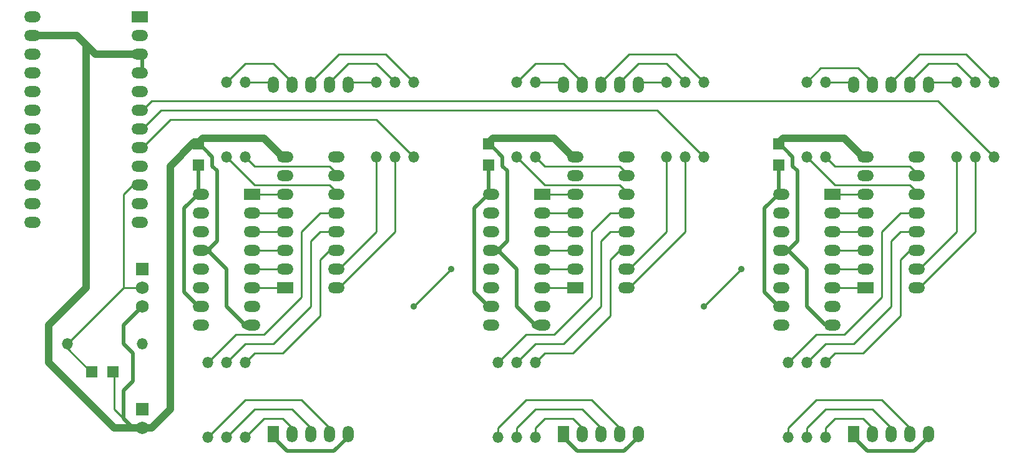
<source format=gbl>
G04 (created by PCBNEW (2013-07-07 BZR 4022)-stable) date Fri 01 Jul 2022 09:03:58 PM CDT*
%MOIN*%
G04 Gerber Fmt 3.4, Leading zero omitted, Abs format*
%FSLAX34Y34*%
G01*
G70*
G90*
G04 APERTURE LIST*
%ADD10C,0.00590551*%
%ADD11R,0.059X0.0885*%
%ADD12O,0.059X0.0885*%
%ADD13R,0.069X0.069*%
%ADD14C,0.069*%
%ADD15O,0.059X0.059*%
%ADD16R,0.0885X0.059*%
%ADD17O,0.0885X0.059*%
%ADD18R,0.064X0.059*%
%ADD19R,0.059X0.064*%
%ADD20C,0.035*%
%ADD21C,0.02*%
%ADD22C,0.01*%
%ADD23C,0.04*%
G04 APERTURE END LIST*
G54D10*
G54D11*
X72000Y-42352D03*
G54D12*
X73000Y-42352D03*
X74000Y-42352D03*
X75000Y-42352D03*
X76000Y-42352D03*
X76000Y-23647D03*
X75000Y-23647D03*
X74000Y-23647D03*
X73000Y-23647D03*
X72000Y-23647D03*
G54D13*
X34000Y-33500D03*
G54D14*
X34000Y-34500D03*
X34000Y-35500D03*
G54D13*
X34000Y-41000D03*
G54D14*
X34000Y-42000D03*
G54D15*
X55000Y-27500D03*
X55000Y-23500D03*
X69500Y-38500D03*
X69500Y-42500D03*
X70500Y-27500D03*
X70500Y-23500D03*
X78500Y-27500D03*
X78500Y-23500D03*
X68500Y-38500D03*
X68500Y-42500D03*
X70500Y-38500D03*
X70500Y-42500D03*
X69500Y-27500D03*
X69500Y-23500D03*
X77500Y-27500D03*
X77500Y-23500D03*
X79500Y-27500D03*
X79500Y-23500D03*
X54000Y-27500D03*
X54000Y-23500D03*
X54000Y-38500D03*
X54000Y-42500D03*
X62000Y-27500D03*
X62000Y-23500D03*
X53000Y-38500D03*
X53000Y-42500D03*
X55000Y-38500D03*
X55000Y-42500D03*
X48500Y-27500D03*
X48500Y-23500D03*
X47500Y-27500D03*
X47500Y-23500D03*
X39500Y-38500D03*
X39500Y-42500D03*
X37500Y-38500D03*
X37500Y-42500D03*
X39500Y-27500D03*
X39500Y-23500D03*
X46500Y-27500D03*
X46500Y-23500D03*
X38500Y-38500D03*
X38500Y-42500D03*
X38500Y-27500D03*
X38500Y-23500D03*
X64000Y-27500D03*
X64000Y-23500D03*
X63000Y-27500D03*
X63000Y-23500D03*
G54D16*
X70852Y-29500D03*
G54D17*
X70852Y-30500D03*
X70852Y-31500D03*
X70852Y-32500D03*
X68147Y-34500D03*
X68147Y-33500D03*
X68147Y-32500D03*
X68147Y-31500D03*
X70852Y-33500D03*
X70852Y-34500D03*
X70852Y-35500D03*
X68147Y-35500D03*
X68147Y-36500D03*
X68147Y-30500D03*
X70852Y-36500D03*
X68147Y-29500D03*
G54D16*
X72647Y-34500D03*
G54D17*
X72647Y-33500D03*
X72647Y-32500D03*
X72647Y-31500D03*
X75352Y-29500D03*
X75352Y-30500D03*
X75352Y-31500D03*
X75352Y-32500D03*
X72647Y-30500D03*
X72647Y-29500D03*
X72647Y-28500D03*
X75352Y-28500D03*
X75352Y-27500D03*
X75352Y-33500D03*
X72647Y-27500D03*
X75352Y-34500D03*
G54D16*
X57147Y-34500D03*
G54D17*
X57147Y-33500D03*
X57147Y-32500D03*
X57147Y-31500D03*
X59852Y-29500D03*
X59852Y-30500D03*
X59852Y-31500D03*
X59852Y-32500D03*
X57147Y-30500D03*
X57147Y-29500D03*
X57147Y-28500D03*
X59852Y-28500D03*
X59852Y-27500D03*
X59852Y-33500D03*
X57147Y-27500D03*
X59852Y-34500D03*
G54D16*
X55352Y-29500D03*
G54D17*
X55352Y-30500D03*
X55352Y-31500D03*
X55352Y-32500D03*
X52647Y-34500D03*
X52647Y-33500D03*
X52647Y-32500D03*
X52647Y-31500D03*
X55352Y-33500D03*
X55352Y-34500D03*
X55352Y-35500D03*
X52647Y-35500D03*
X52647Y-36500D03*
X52647Y-30500D03*
X55352Y-36500D03*
X52647Y-29500D03*
G54D16*
X39852Y-29500D03*
G54D17*
X39852Y-30500D03*
X39852Y-31500D03*
X39852Y-32500D03*
X37147Y-34500D03*
X37147Y-33500D03*
X37147Y-32500D03*
X37147Y-31500D03*
X39852Y-33500D03*
X39852Y-34500D03*
X39852Y-35500D03*
X37147Y-35500D03*
X37147Y-36500D03*
X37147Y-30500D03*
X39852Y-36500D03*
X37147Y-29500D03*
G54D16*
X41647Y-34500D03*
G54D17*
X41647Y-33500D03*
X41647Y-32500D03*
X41647Y-31500D03*
X44352Y-29500D03*
X44352Y-30500D03*
X44352Y-31500D03*
X44352Y-32500D03*
X41647Y-30500D03*
X41647Y-29500D03*
X41647Y-28500D03*
X44352Y-28500D03*
X44352Y-27500D03*
X44352Y-33500D03*
X41647Y-27500D03*
X44352Y-34500D03*
G54D16*
X33852Y-20000D03*
G54D17*
X33852Y-21000D03*
X33852Y-22000D03*
X33852Y-23000D03*
X33852Y-24000D03*
X33852Y-25000D03*
X33852Y-26000D03*
X28147Y-20000D03*
X28147Y-21000D03*
X28147Y-22000D03*
X33852Y-27000D03*
X33852Y-28000D03*
X33852Y-29000D03*
X33852Y-30000D03*
X33852Y-31000D03*
X28147Y-23000D03*
X28147Y-24000D03*
X28147Y-25000D03*
X28147Y-26000D03*
X28147Y-27000D03*
X28147Y-28000D03*
X28147Y-29000D03*
X28147Y-30000D03*
X28147Y-31000D03*
G54D11*
X41000Y-42352D03*
G54D12*
X42000Y-42352D03*
X43000Y-42352D03*
X44000Y-42352D03*
X45000Y-42352D03*
X45000Y-23647D03*
X44000Y-23647D03*
X43000Y-23647D03*
X42000Y-23647D03*
X41000Y-23647D03*
G54D11*
X56500Y-42352D03*
G54D12*
X57500Y-42352D03*
X58500Y-42352D03*
X59500Y-42352D03*
X60500Y-42352D03*
X60500Y-23647D03*
X59500Y-23647D03*
X58500Y-23647D03*
X57500Y-23647D03*
X56500Y-23647D03*
G54D15*
X30000Y-37500D03*
X34000Y-37500D03*
G54D18*
X31300Y-39000D03*
X32450Y-39000D03*
G54D19*
X52500Y-27950D03*
X52500Y-26800D03*
X68000Y-27950D03*
X68000Y-26800D03*
X37000Y-27950D03*
X37000Y-26800D03*
G54D20*
X66000Y-33500D03*
X64000Y-35500D03*
X50500Y-33500D03*
X48500Y-35500D03*
G54D21*
X37000Y-29500D02*
X36250Y-30250D01*
X36250Y-30250D02*
X36250Y-34750D01*
X36250Y-34750D02*
X37000Y-35500D01*
X52500Y-29500D02*
X51750Y-30250D01*
X51750Y-34750D02*
X52500Y-35500D01*
X51750Y-30250D02*
X51750Y-34750D01*
X68000Y-29500D02*
X67250Y-30250D01*
X67250Y-34750D02*
X68000Y-35500D01*
X67250Y-30250D02*
X67250Y-34750D01*
X68000Y-28000D02*
X68000Y-29500D01*
X52500Y-28000D02*
X52500Y-29500D01*
X37000Y-28000D02*
X37000Y-29500D01*
X45000Y-42500D02*
X44250Y-43250D01*
X44250Y-43250D02*
X41750Y-43250D01*
X41750Y-43250D02*
X41000Y-42500D01*
X60500Y-42500D02*
X59750Y-43250D01*
X57250Y-43250D02*
X56500Y-42500D01*
X59750Y-43250D02*
X57250Y-43250D01*
X76000Y-42500D02*
X75250Y-43250D01*
X72750Y-43250D02*
X72000Y-42500D01*
X75250Y-43250D02*
X72750Y-43250D01*
G54D22*
X38000Y-25500D02*
X35500Y-25500D01*
X35500Y-25500D02*
X34000Y-27000D01*
X48500Y-27500D02*
X46500Y-25500D01*
X46500Y-25500D02*
X38000Y-25500D01*
X37500Y-25000D02*
X35500Y-25000D01*
X35000Y-25000D02*
X34000Y-26000D01*
X35500Y-25000D02*
X35000Y-25000D01*
X64000Y-27500D02*
X61500Y-25000D01*
X61500Y-25000D02*
X37500Y-25000D01*
X37000Y-24500D02*
X34500Y-24500D01*
X34500Y-24500D02*
X34000Y-25000D01*
X79500Y-27500D02*
X76500Y-24500D01*
X76500Y-24500D02*
X37000Y-24500D01*
G54D23*
X34000Y-42000D02*
X34500Y-42000D01*
X36750Y-26750D02*
X37000Y-26750D01*
X35500Y-28000D02*
X36750Y-26750D01*
X35500Y-41000D02*
X35500Y-28000D01*
X34500Y-42000D02*
X35500Y-41000D01*
X31000Y-21500D02*
X31000Y-25000D01*
X32500Y-42000D02*
X34000Y-42000D01*
X29000Y-38500D02*
X32500Y-42000D01*
X29000Y-36500D02*
X29000Y-38500D01*
X31000Y-34500D02*
X29000Y-36500D01*
X31000Y-30500D02*
X31000Y-34500D01*
X31000Y-25000D02*
X31000Y-30500D01*
G54D21*
X34000Y-23000D02*
X34000Y-22000D01*
G54D23*
X28000Y-21000D02*
X30500Y-21000D01*
X31500Y-22000D02*
X34000Y-22000D01*
X30500Y-21000D02*
X31000Y-21500D01*
X31000Y-21500D02*
X31500Y-22000D01*
G54D21*
X34000Y-42000D02*
X33500Y-42000D01*
X33500Y-42000D02*
X33000Y-41500D01*
X33000Y-36500D02*
X34000Y-35500D01*
X33000Y-37500D02*
X33000Y-36500D01*
X33500Y-38000D02*
X33000Y-37500D01*
X33500Y-39500D02*
X33500Y-38000D01*
X33000Y-40000D02*
X33500Y-39500D01*
X33000Y-41500D02*
X33000Y-40000D01*
G54D22*
X32500Y-39000D02*
X32500Y-41000D01*
X32500Y-41000D02*
X33500Y-42000D01*
G54D23*
X40000Y-36500D02*
X39500Y-36500D01*
G54D21*
X38500Y-33500D02*
X37500Y-32500D01*
X38500Y-35500D02*
X38500Y-33500D01*
X39500Y-36500D02*
X38500Y-35500D01*
G54D23*
X37500Y-32500D02*
X37000Y-32500D01*
X55500Y-36500D02*
X55000Y-36500D01*
G54D21*
X54000Y-33500D02*
X53000Y-32500D01*
X54000Y-35500D02*
X54000Y-33500D01*
X55000Y-36500D02*
X54000Y-35500D01*
G54D23*
X53000Y-32500D02*
X52500Y-32500D01*
G54D21*
X71000Y-36500D02*
X70500Y-36500D01*
X69500Y-33500D02*
X68500Y-32500D01*
X69500Y-35500D02*
X69500Y-33500D01*
X70500Y-36500D02*
X69500Y-35500D01*
X68500Y-32500D02*
X68000Y-32500D01*
X68000Y-26750D02*
X68750Y-27500D01*
X68500Y-32500D02*
X68000Y-32500D01*
X69000Y-32000D02*
X68500Y-32500D01*
X69000Y-28250D02*
X69000Y-32000D01*
X68750Y-28000D02*
X69000Y-28250D01*
X68750Y-27500D02*
X68750Y-28000D01*
X52500Y-26750D02*
X53250Y-27500D01*
G54D23*
X53000Y-32500D02*
X52500Y-32500D01*
G54D21*
X53500Y-32000D02*
X53000Y-32500D01*
X53500Y-28250D02*
X53500Y-32000D01*
X53250Y-28000D02*
X53500Y-28250D01*
X53250Y-27500D02*
X53250Y-28000D01*
X37000Y-26750D02*
X37750Y-27500D01*
X37750Y-27500D02*
X37750Y-28000D01*
X37750Y-28000D02*
X38000Y-28250D01*
X38000Y-28250D02*
X38000Y-32000D01*
X38000Y-32000D02*
X37500Y-32500D01*
G54D23*
X37500Y-32500D02*
X37000Y-32500D01*
X41500Y-27500D02*
X40500Y-26500D01*
X40500Y-26500D02*
X37250Y-26500D01*
X37250Y-26500D02*
X37000Y-26750D01*
X57000Y-27500D02*
X56000Y-26500D01*
X52750Y-26500D02*
X52500Y-26750D01*
X56000Y-26500D02*
X52750Y-26500D01*
X72500Y-27500D02*
X71500Y-26500D01*
X68250Y-26500D02*
X68000Y-26750D01*
X71500Y-26500D02*
X68250Y-26500D01*
G54D22*
X71000Y-34500D02*
X72500Y-34500D01*
X64000Y-35500D02*
X66000Y-33500D01*
X48500Y-35500D02*
X50500Y-33500D01*
X75500Y-29500D02*
X75000Y-29000D01*
X71000Y-29000D02*
X69500Y-27500D01*
X75000Y-29000D02*
X71000Y-29000D01*
X75500Y-32500D02*
X75000Y-32500D01*
X71000Y-38000D02*
X70500Y-38500D01*
X72500Y-38000D02*
X71000Y-38000D01*
X74500Y-36000D02*
X72500Y-38000D01*
X74500Y-33000D02*
X74500Y-36000D01*
X75000Y-32500D02*
X74500Y-33000D01*
X73000Y-42500D02*
X73000Y-42000D01*
X71000Y-41500D02*
X70500Y-42000D01*
X72500Y-41500D02*
X71000Y-41500D01*
X73000Y-42000D02*
X72500Y-41500D01*
X70500Y-42000D02*
X70500Y-42500D01*
X70500Y-42000D02*
X70500Y-42500D01*
X68500Y-38500D02*
X70000Y-37000D01*
X74500Y-30500D02*
X75500Y-30500D01*
X73500Y-31500D02*
X74500Y-30500D01*
X73500Y-35000D02*
X73500Y-31500D01*
X71500Y-37000D02*
X73500Y-35000D01*
X70000Y-37000D02*
X71500Y-37000D01*
X75000Y-42500D02*
X75000Y-42000D01*
X70000Y-40500D02*
X68500Y-42000D01*
X73500Y-40500D02*
X70000Y-40500D01*
X75000Y-42000D02*
X73500Y-40500D01*
X68500Y-42000D02*
X68500Y-42500D01*
X68500Y-42000D02*
X68500Y-42500D01*
X75500Y-34500D02*
X78500Y-31500D01*
X78500Y-31500D02*
X78500Y-27500D01*
X75000Y-23500D02*
X76000Y-22500D01*
X77500Y-22500D02*
X78500Y-23500D01*
X77000Y-22500D02*
X77500Y-22500D01*
X76000Y-22500D02*
X77000Y-22500D01*
X75500Y-28500D02*
X75000Y-28000D01*
X71000Y-28000D02*
X70500Y-27500D01*
X75000Y-28000D02*
X71000Y-28000D01*
X75500Y-33500D02*
X77500Y-31500D01*
X77500Y-31500D02*
X77500Y-27500D01*
X70500Y-23500D02*
X72000Y-23500D01*
X69500Y-23500D02*
X70250Y-22750D01*
X72250Y-22750D02*
X73000Y-23500D01*
X71500Y-22750D02*
X72250Y-22750D01*
X70250Y-22750D02*
X71500Y-22750D01*
X77500Y-23500D02*
X76000Y-23500D01*
X71000Y-29500D02*
X72500Y-29500D01*
X71000Y-30500D02*
X72500Y-30500D01*
X71000Y-31500D02*
X72500Y-31500D01*
X71000Y-32500D02*
X72500Y-32500D01*
X71000Y-33500D02*
X72500Y-33500D01*
X69500Y-38500D02*
X70500Y-37500D01*
X74500Y-31500D02*
X75500Y-31500D01*
X74000Y-32000D02*
X74500Y-31500D01*
X74000Y-35500D02*
X74000Y-32000D01*
X72000Y-37500D02*
X74000Y-35500D01*
X70500Y-37500D02*
X72000Y-37500D01*
X44000Y-42500D02*
X44000Y-42000D01*
X39500Y-40500D02*
X37500Y-42500D01*
X42500Y-40500D02*
X39500Y-40500D01*
X44000Y-42000D02*
X42500Y-40500D01*
X44000Y-23500D02*
X45000Y-22500D01*
X46500Y-22500D02*
X47500Y-23500D01*
X45500Y-22500D02*
X46500Y-22500D01*
X45000Y-22500D02*
X45500Y-22500D01*
X45000Y-23500D02*
X46500Y-23500D01*
X43000Y-42500D02*
X43000Y-42000D01*
X40000Y-41000D02*
X38500Y-42500D01*
X40500Y-41000D02*
X40000Y-41000D01*
X42000Y-41000D02*
X40500Y-41000D01*
X43000Y-42000D02*
X42000Y-41000D01*
X74000Y-42500D02*
X74000Y-42000D01*
X70500Y-41000D02*
X69500Y-42000D01*
X73000Y-41000D02*
X70500Y-41000D01*
X74000Y-42000D02*
X73000Y-41000D01*
X69500Y-42000D02*
X69500Y-42500D01*
X69500Y-42000D02*
X69500Y-42500D01*
X55000Y-23500D02*
X56500Y-23500D01*
X42000Y-42500D02*
X42000Y-42000D01*
X40500Y-41500D02*
X39500Y-42500D01*
X41500Y-41500D02*
X40500Y-41500D01*
X42000Y-42000D02*
X41500Y-41500D01*
X39500Y-23500D02*
X41000Y-23500D01*
X39500Y-38500D02*
X40000Y-38000D01*
X44000Y-32500D02*
X44500Y-32500D01*
X43500Y-33000D02*
X44000Y-32500D01*
X43500Y-36000D02*
X43500Y-33000D01*
X41500Y-38000D02*
X43500Y-36000D01*
X40000Y-38000D02*
X41500Y-38000D01*
X37500Y-38500D02*
X39000Y-37000D01*
X43500Y-30500D02*
X44500Y-30500D01*
X42500Y-31500D02*
X43500Y-30500D01*
X42500Y-35000D02*
X42500Y-31500D01*
X40500Y-37000D02*
X42500Y-35000D01*
X39000Y-37000D02*
X40500Y-37000D01*
X74000Y-23500D02*
X75500Y-22000D01*
X78000Y-22000D02*
X79500Y-23500D01*
X77000Y-22000D02*
X78000Y-22000D01*
X75500Y-22000D02*
X77000Y-22000D01*
X44500Y-28500D02*
X44000Y-28000D01*
X40000Y-28000D02*
X39500Y-27500D01*
X44000Y-28000D02*
X40000Y-28000D01*
X44500Y-29500D02*
X44000Y-29000D01*
X40000Y-29000D02*
X38500Y-27500D01*
X44000Y-29000D02*
X40000Y-29000D01*
X38500Y-38500D02*
X39500Y-37500D01*
X43500Y-31500D02*
X44500Y-31500D01*
X43000Y-32000D02*
X43500Y-31500D01*
X43000Y-35500D02*
X43000Y-32000D01*
X41000Y-37500D02*
X43000Y-35500D01*
X39500Y-37500D02*
X41000Y-37500D01*
X46500Y-27500D02*
X46500Y-31500D01*
X46500Y-31500D02*
X44500Y-33500D01*
X47500Y-27500D02*
X47500Y-31500D01*
X47500Y-31500D02*
X44500Y-34500D01*
X38500Y-23500D02*
X39500Y-22500D01*
X41000Y-22500D02*
X42000Y-23500D01*
X39500Y-22500D02*
X41000Y-22500D01*
X40000Y-31500D02*
X41500Y-31500D01*
X40000Y-32500D02*
X41500Y-32500D01*
X40000Y-33500D02*
X41500Y-33500D01*
X40000Y-34500D02*
X41500Y-34500D01*
X40000Y-30500D02*
X41500Y-30500D01*
X40000Y-29500D02*
X41500Y-29500D01*
X43000Y-23500D02*
X44500Y-22000D01*
X47000Y-22000D02*
X48500Y-23500D01*
X46500Y-22000D02*
X47000Y-22000D01*
X44500Y-22000D02*
X46500Y-22000D01*
X55500Y-30500D02*
X57000Y-30500D01*
X58500Y-42500D02*
X58500Y-42000D01*
X54000Y-42000D02*
X54000Y-42500D01*
X55000Y-41000D02*
X54000Y-42000D01*
X56000Y-41000D02*
X55000Y-41000D01*
X57500Y-41000D02*
X56000Y-41000D01*
X58500Y-42000D02*
X57500Y-41000D01*
X59500Y-42500D02*
X59500Y-42000D01*
X53000Y-42000D02*
X53000Y-42500D01*
X54500Y-40500D02*
X53000Y-42000D01*
X55500Y-40500D02*
X54500Y-40500D01*
X58000Y-40500D02*
X55500Y-40500D01*
X59500Y-42000D02*
X58000Y-40500D01*
X55500Y-29500D02*
X57000Y-29500D01*
X55500Y-31500D02*
X57000Y-31500D01*
X55500Y-32500D02*
X57000Y-32500D01*
X55500Y-33500D02*
X57000Y-33500D01*
X55500Y-34500D02*
X57000Y-34500D01*
X57500Y-42500D02*
X57500Y-42000D01*
X55500Y-41500D02*
X55000Y-42000D01*
X57000Y-41500D02*
X55500Y-41500D01*
X57500Y-42000D02*
X57000Y-41500D01*
X55000Y-42000D02*
X55000Y-42500D01*
X55000Y-42000D02*
X55000Y-42500D01*
X60500Y-23500D02*
X62000Y-23500D01*
X59500Y-23500D02*
X60500Y-22500D01*
X62000Y-22500D02*
X63000Y-23500D01*
X60500Y-22500D02*
X62000Y-22500D01*
X54000Y-23500D02*
X55000Y-22500D01*
X56500Y-22500D02*
X57500Y-23500D01*
X55000Y-22500D02*
X56500Y-22500D01*
X62000Y-27500D02*
X62000Y-31500D01*
X62000Y-31500D02*
X60000Y-33500D01*
X58500Y-23500D02*
X60000Y-22000D01*
X62500Y-22000D02*
X64000Y-23500D01*
X60000Y-22000D02*
X62500Y-22000D01*
X60000Y-32500D02*
X59500Y-32500D01*
X59500Y-32500D02*
X59000Y-33000D01*
X59000Y-33000D02*
X59000Y-36000D01*
X59000Y-36000D02*
X57000Y-38000D01*
X57000Y-38000D02*
X55500Y-38000D01*
X55500Y-38000D02*
X55000Y-38500D01*
X59000Y-33000D02*
X59500Y-32500D01*
X59000Y-36000D02*
X59000Y-33000D01*
X63000Y-27500D02*
X63000Y-31500D01*
X63000Y-31500D02*
X60000Y-34500D01*
X60000Y-29500D02*
X59500Y-29000D01*
X55500Y-29000D02*
X54000Y-27500D01*
X59500Y-29000D02*
X55500Y-29000D01*
X53000Y-38500D02*
X54500Y-37000D01*
X59000Y-30500D02*
X60000Y-30500D01*
X58000Y-31500D02*
X59000Y-30500D01*
X58000Y-35000D02*
X58000Y-31500D01*
X56000Y-37000D02*
X58000Y-35000D01*
X54500Y-37000D02*
X56000Y-37000D01*
X60000Y-28500D02*
X59500Y-28000D01*
X55500Y-28000D02*
X55000Y-27500D01*
X59500Y-28000D02*
X55500Y-28000D01*
X54000Y-38500D02*
X55000Y-37500D01*
X59000Y-31500D02*
X60000Y-31500D01*
X58500Y-32000D02*
X59000Y-31500D01*
X58500Y-35500D02*
X58500Y-32000D01*
X56500Y-37500D02*
X58500Y-35500D01*
X55000Y-37500D02*
X56500Y-37500D01*
X33000Y-34500D02*
X33000Y-30500D01*
X33500Y-29000D02*
X34000Y-29000D01*
X33000Y-29500D02*
X33500Y-29000D01*
X33000Y-30500D02*
X33000Y-29500D01*
X31250Y-39000D02*
X30000Y-37750D01*
X30000Y-37750D02*
X30000Y-37500D01*
X34000Y-34500D02*
X33000Y-34500D01*
X33000Y-34500D02*
X30000Y-37500D01*
M02*

</source>
